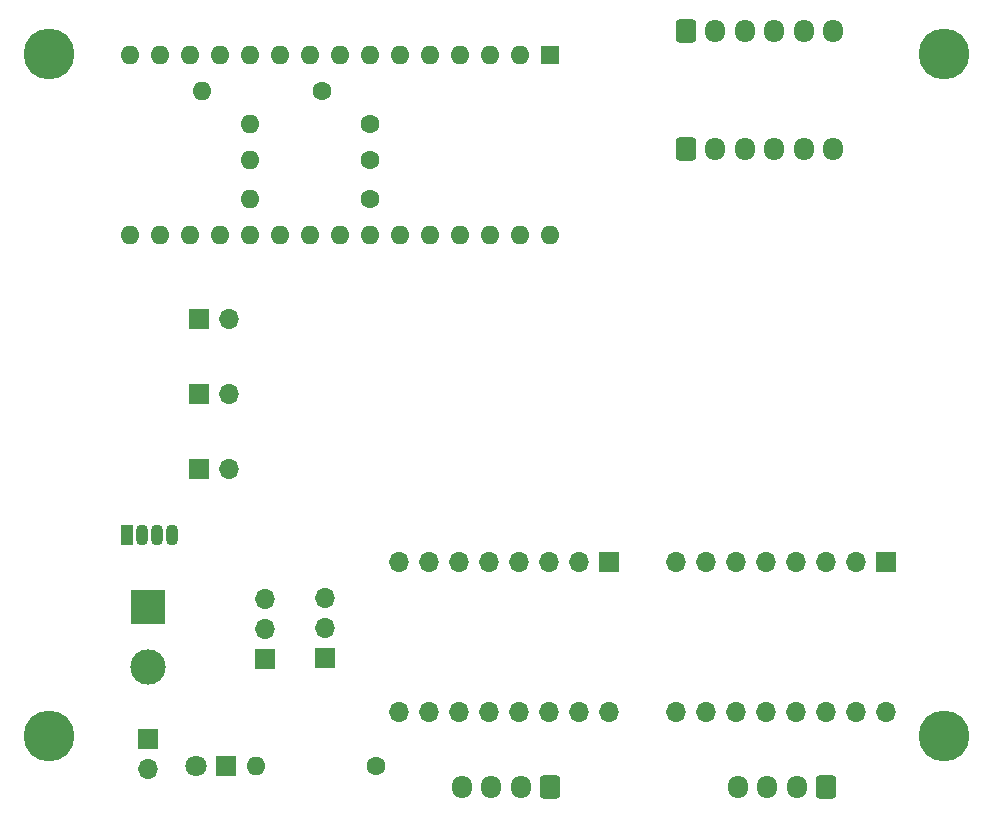
<source format=gbr>
%TF.GenerationSoftware,KiCad,Pcbnew,9.0.0*%
%TF.CreationDate,2025-03-23T18:07:52+01:00*%
%TF.ProjectId,Board_PAMI,426f6172-645f-4504-914d-492e6b696361,V2*%
%TF.SameCoordinates,Original*%
%TF.FileFunction,Soldermask,Bot*%
%TF.FilePolarity,Negative*%
%FSLAX46Y46*%
G04 Gerber Fmt 4.6, Leading zero omitted, Abs format (unit mm)*
G04 Created by KiCad (PCBNEW 9.0.0) date 2025-03-23 18:07:52*
%MOMM*%
%LPD*%
G01*
G04 APERTURE LIST*
G04 Aperture macros list*
%AMRoundRect*
0 Rectangle with rounded corners*
0 $1 Rounding radius*
0 $2 $3 $4 $5 $6 $7 $8 $9 X,Y pos of 4 corners*
0 Add a 4 corners polygon primitive as box body*
4,1,4,$2,$3,$4,$5,$6,$7,$8,$9,$2,$3,0*
0 Add four circle primitives for the rounded corners*
1,1,$1+$1,$2,$3*
1,1,$1+$1,$4,$5*
1,1,$1+$1,$6,$7*
1,1,$1+$1,$8,$9*
0 Add four rect primitives between the rounded corners*
20,1,$1+$1,$2,$3,$4,$5,0*
20,1,$1+$1,$4,$5,$6,$7,0*
20,1,$1+$1,$6,$7,$8,$9,0*
20,1,$1+$1,$8,$9,$2,$3,0*%
G04 Aperture macros list end*
%ADD10RoundRect,0.250000X-0.600000X-0.725000X0.600000X-0.725000X0.600000X0.725000X-0.600000X0.725000X0*%
%ADD11O,1.700000X1.950000*%
%ADD12R,1.700000X1.700000*%
%ADD13O,1.700000X1.700000*%
%ADD14R,3.000000X3.000000*%
%ADD15C,3.000000*%
%ADD16O,1.070000X1.800000*%
%ADD17R,1.070000X1.800000*%
%ADD18RoundRect,0.250000X0.600000X0.725000X-0.600000X0.725000X-0.600000X-0.725000X0.600000X-0.725000X0*%
%ADD19C,1.600000*%
%ADD20O,1.600000X1.600000*%
%ADD21R,1.800000X1.800000*%
%ADD22C,1.800000*%
%ADD23C,4.300000*%
%ADD24R,1.600000X1.600000*%
G04 APERTURE END LIST*
D10*
%TO.C,U3*%
X172500000Y-62000000D03*
D11*
X175000000Y-62000000D03*
X177500000Y-62000000D03*
X180000000Y-62000000D03*
X182500000Y-62000000D03*
X185000000Y-62000000D03*
%TD*%
D12*
%TO.C,BAU*%
X131318000Y-92738000D03*
D13*
X133858000Y-92738000D03*
%TD*%
D14*
%TO.C,J4*%
X127000000Y-110744000D03*
D15*
X127000000Y-115824000D03*
%TD*%
D12*
%TO.C,PWR_ON*%
X127000000Y-121920000D03*
D13*
X127000000Y-124460000D03*
%TD*%
D12*
%TO.C,TM*%
X131318000Y-86360000D03*
D13*
X133858000Y-86360000D03*
%TD*%
D12*
%TO.C,U1*%
X189484000Y-106934000D03*
D13*
X186944000Y-106934000D03*
X184404000Y-106934000D03*
X181864000Y-106934000D03*
X179324000Y-106934000D03*
X176784000Y-106934000D03*
X174244000Y-106934000D03*
X171704000Y-106934000D03*
X189484000Y-119634000D03*
X186944000Y-119634000D03*
X184404000Y-119634000D03*
X181864000Y-119634000D03*
X179324000Y-119634000D03*
X176784000Y-119634000D03*
X174244000Y-119634000D03*
X171704000Y-119634000D03*
%TD*%
D16*
%TO.C,D1*%
X129032000Y-104648000D03*
X127762000Y-104648000D03*
X126492000Y-104648000D03*
D17*
X125222000Y-104648000D03*
%TD*%
D18*
%TO.C,Stepper2*%
X161036000Y-126000000D03*
D11*
X158536000Y-126000000D03*
X156036000Y-126000000D03*
X153536000Y-126000000D03*
%TD*%
D19*
%TO.C,R1*%
X141732000Y-67056000D03*
D20*
X131572000Y-67056000D03*
%TD*%
D21*
%TO.C,PWR*%
X133604000Y-124206000D03*
D22*
X131064000Y-124206000D03*
%TD*%
D18*
%TO.C,Stepper1*%
X184404000Y-126000000D03*
D11*
X181904000Y-126000000D03*
X179404000Y-126000000D03*
X176904000Y-126000000D03*
%TD*%
D12*
%TO.C,U2*%
X165990000Y-106934000D03*
D13*
X163450000Y-106934000D03*
X160910000Y-106934000D03*
X158370000Y-106934000D03*
X155830000Y-106934000D03*
X153290000Y-106934000D03*
X150750000Y-106934000D03*
X148210000Y-106934000D03*
X165990000Y-119634000D03*
X163450000Y-119634000D03*
X160910000Y-119634000D03*
X158370000Y-119634000D03*
X155830000Y-119634000D03*
X153290000Y-119634000D03*
X150750000Y-119634000D03*
X148210000Y-119634000D03*
%TD*%
D12*
%TO.C,Servo1*%
X141986000Y-115062000D03*
D13*
X141986000Y-112522000D03*
X141986000Y-109982000D03*
%TD*%
D23*
%TO.C,H1*%
X118600000Y-63910000D03*
%TD*%
%TO.C,H3*%
X194400000Y-121700000D03*
%TD*%
D12*
%TO.C,Servo2*%
X136892000Y-115124000D03*
D13*
X136892000Y-112584000D03*
X136892000Y-110044000D03*
%TD*%
D12*
%TO.C,TR*%
X131318000Y-99060000D03*
D13*
X133858000Y-99060000D03*
%TD*%
D19*
%TO.C,R2*%
X146304000Y-124206000D03*
D20*
X136144000Y-124206000D03*
%TD*%
D23*
%TO.C,H2*%
X118600000Y-121700000D03*
%TD*%
D10*
%TO.C,U4*%
X172500000Y-72000000D03*
D11*
X175000000Y-72000000D03*
X177500000Y-72000000D03*
X180000000Y-72000000D03*
X182500000Y-72000000D03*
X185000000Y-72000000D03*
%TD*%
D24*
%TO.C,A1*%
X161036000Y-64008000D03*
D20*
X158496000Y-64008000D03*
X155956000Y-64008000D03*
X153416000Y-64008000D03*
X150876000Y-64008000D03*
X148336000Y-64008000D03*
X145796000Y-64008000D03*
X143256000Y-64008000D03*
X140716000Y-64008000D03*
X138176000Y-64008000D03*
X135636000Y-64008000D03*
X133096000Y-64008000D03*
X130556000Y-64008000D03*
X128016000Y-64008000D03*
X125476000Y-64008000D03*
X125476000Y-79248000D03*
X128016000Y-79248000D03*
X130556000Y-79248000D03*
X133096000Y-79248000D03*
X135636000Y-79248000D03*
X138176000Y-79248000D03*
X140716000Y-79248000D03*
X143256000Y-79248000D03*
X145796000Y-79248000D03*
X148336000Y-79248000D03*
X150876000Y-79248000D03*
X153416000Y-79248000D03*
X155956000Y-79248000D03*
X158496000Y-79248000D03*
X161036000Y-79248000D03*
%TD*%
D23*
%TO.C,H4*%
X194400000Y-63900000D03*
%TD*%
D19*
%TO.C,R4*%
X145796000Y-72898000D03*
D20*
X135636000Y-72898000D03*
%TD*%
D19*
%TO.C,R3*%
X145796000Y-76200000D03*
D20*
X135636000Y-76200000D03*
%TD*%
D19*
%TO.C,R5*%
X145796000Y-69850000D03*
D20*
X135636000Y-69850000D03*
%TD*%
M02*

</source>
